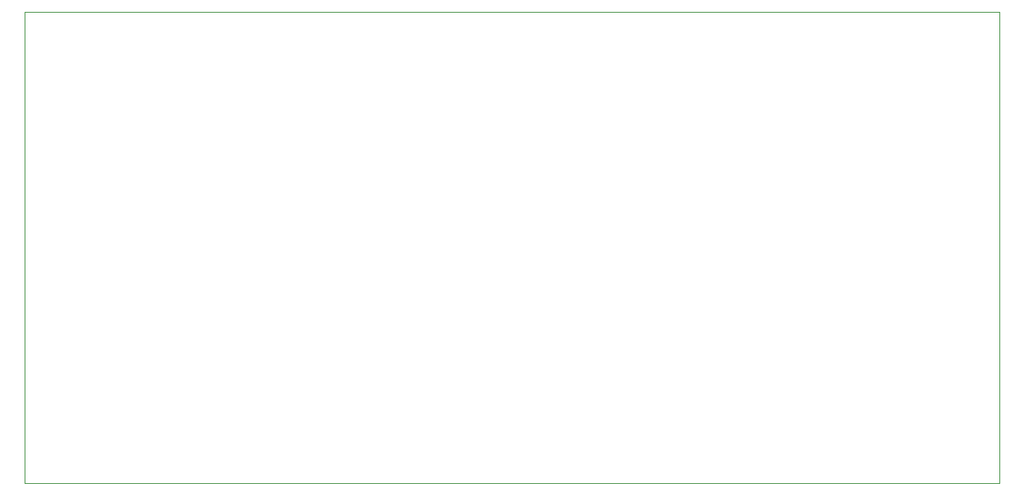
<source format=gko>
G04 #@! TF.GenerationSoftware,KiCad,Pcbnew,5.1.5*
G04 #@! TF.CreationDate,2020-07-12T00:47:12+09:00*
G04 #@! TF.ProjectId,teabiscuits_power,74656162-6973-4637-9569-74735f706f77,rev?*
G04 #@! TF.SameCoordinates,Original*
G04 #@! TF.FileFunction,Profile,NP*
%FSLAX46Y46*%
G04 Gerber Fmt 4.6, Leading zero omitted, Abs format (unit mm)*
G04 Created by KiCad (PCBNEW 5.1.5) date 2020-07-12 00:47:12*
%MOMM*%
%LPD*%
G04 APERTURE LIST*
%ADD10C,0.050000*%
G04 APERTURE END LIST*
D10*
X203000000Y-117000000D02*
X99000000Y-117000000D01*
X203000000Y-66750000D02*
X203000000Y-117000000D01*
X99000000Y-66750000D02*
X203000000Y-66750000D01*
X99000000Y-117000000D02*
X99000000Y-66750000D01*
M02*

</source>
